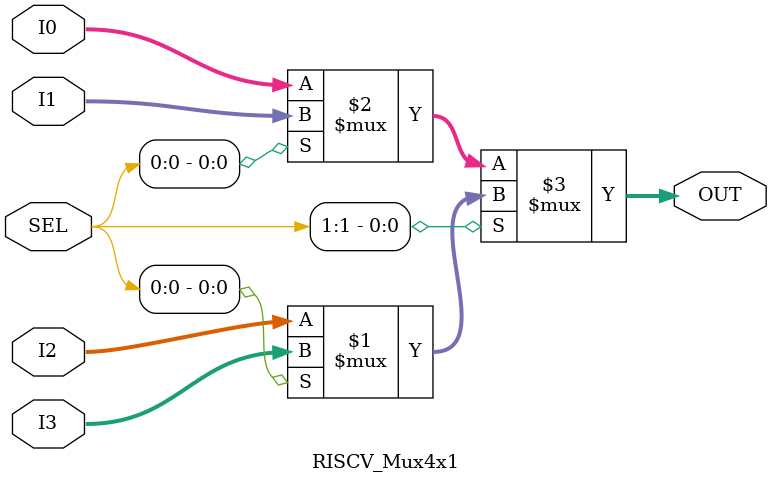
<source format=v>
module RISCV_Mux4x1(I0,I1,I2,I3,SEL,OUT);

input [31:0]I0;
input [31:0]I1;
input [31:0]I2;
input [31:0]I3;
input [1:0]SEL;
output [31:0]OUT;

assign OUT = SEL[1]?(SEL[0]?I3:I2):(SEL[0]?I1:I0);
endmodule


</source>
